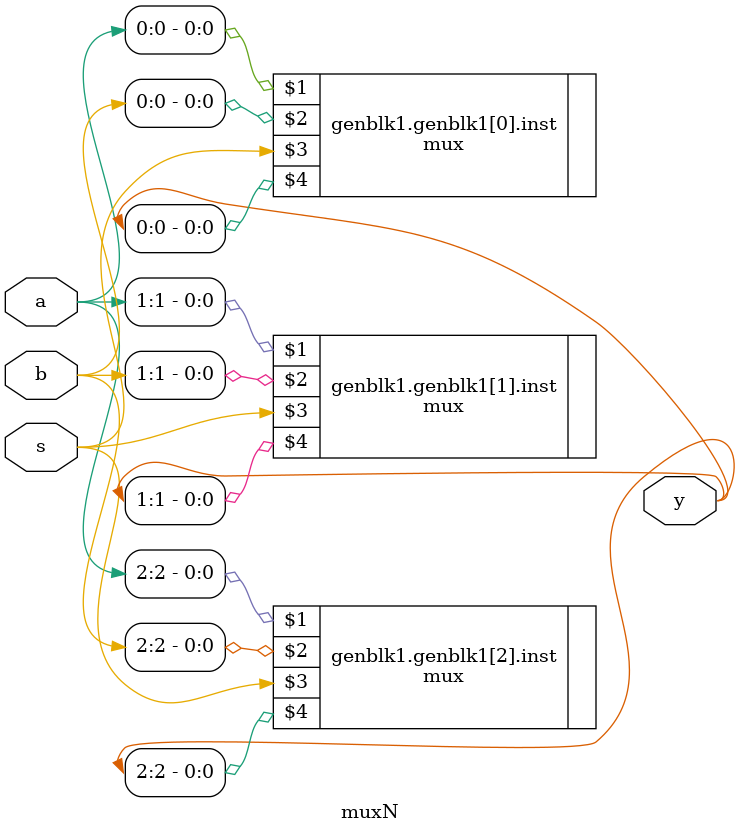
<source format=v>
module muxN #(parameter N = 3) (
     input [N-1:0] a, b, 
	 input s,
	 output [N-1:0] y
	 );
	 genvar i;
	 if (N == 1) 
	     assign y[0] = (~s & a[0]) | (s & b[0]);
	 else begin
	     for (i = 0; i < N; i = i + 1) 
		      mux inst (a[i], b[i], s, y[i]);
	 end
	endmodule
</source>
